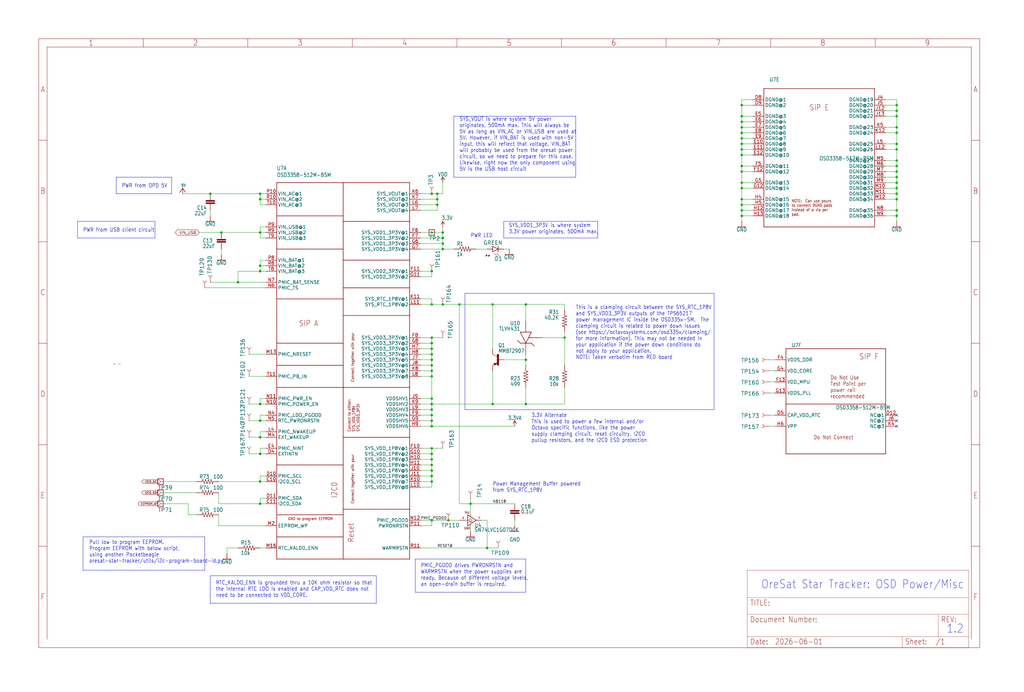
<source format=kicad_sch>
(kicad_sch (version 20250114) (generator "eeschema") (generator_version "9.0")
  (paper "User" 469.9 317.627)
  (text "Power Management Buffer powered\nfrom SYS_RTC_1P8V" (at 226.06 226.06 0) (effects (font (size 1.778 1.5113)) (justify left bottom)))
  (text "PMIC_PGOOD drives PWRONRSTN and\nWARMRSTN when the power supplies are\nready. Because of different voltage levels,\nan open-drain buffer is required." (at 193.04 269.24 0) (effects (font (size 1.778 1.5113)) (justify left bottom)))
  (text "PWR from USB client circuit" (at 38.1 106.68 0) (effects (font (size 1.778 1.5113)) (justify left bottom)))
  (text "\" \"" (at 51.816 169.164 0) (effects (font (size 1.778 1.5113)) (justify left bottom)))
  (text "RTC_KALDO_ENN is grounded thru a 10K ohm resistor so that\nthe internal RTC LDO is enabled and CAP_VDD_RTC does not\nneed to be connected to VDD_CORE." (at 99.06 274.32 0) (effects (font (size 1.778 1.5113)) (justify left bottom)))
  (text "This is a clamping circuit between the SYS_RTC_1P8V\nand SYS_VDD3_3P3V outputs of the TPS65217\npower management IC inside the OSD335x-SM.  The\nclamping circuit is related to power down issues\n(see https://octavosystems.com/osd335x/clamping/\nfor more information). This may not be needed in\nyour application if the power down conditions do\nnot apply to your application.\nNOTE: Taken verbatim from RED board" (at 264.16 165.1 0) (effects (font (size 1.778 1.5113)) (justify left bottom)))
  (text "PWR LED" (at 215.9 109.22 0) (effects (font (size 1.778 1.5113)) (justify left bottom)))
  (text "Pull low to program EEPROM.\nProgram EEPROM with below script,\nusing another Pocketbeagle\noresat-star-tracker/utils/i2c-program-board-id.py" (at 40.894 258.572 0) (effects (font (size 1.778 1.5113)) (justify left bottom)))
  (text "SYS_VDD1_3P3V is where system\n3.3V power originates, 500mA max," (at 233.426 107.442 0) (effects (font (size 1.778 1.5113)) (justify left bottom)))
  (text "1.2" (at 434.34 290.83 0) (effects (font (size 3.81 3.2385)) (justify left bottom)))
  (text "OreSat Star Tracker: OSD Power/Misc" (at 349.25 270.51 0) (effects (font (size 3.81 3.2385)) (justify left bottom)))
  (text "PWR from OPD 5V" (at 55.88 86.36 0) (effects (font (size 1.778 1.5113)) (justify left bottom)))
  (text "SYS_VOUT is where system 5V power\noriginates, 500mA max. This will always be\n5V as long as VIN_AC or VIN_USB are used at\n5V. However, if VIN_BAT is used with non-5V\ninput, this will reflect that voltage. VIN_BAT\nwill probably be used from the oresat power\ncircuit, so we need to prepare for this case.\nLikewise, right now the only component using\n5V is the USB host circuit" (at 210.82 78.74 0) (effects (font (size 1.778 1.5113)) (justify left bottom)))
  (text "3.3V Alternate\nThis is used to power a few internal and/or\nOctavo specific functions, like the power\nsupply clamping circuit, reset circuitry, I2C0\npullup resistors, and the I2C0 ESD protection" (at 243.84 203.2 0) (effects (font (size 1.778 1.5113)) (justify left bottom)))
  (junction (at 119.38 220.98))
  (junction (at 203.2 106.68))
  (junction (at 210.82 139.7))
  (junction (at 340.36 58.42))
  (junction (at 411.48 53.34))
  (junction (at 340.36 86.36))
  (junction (at 215.9 231.14))
  (junction (at 119.38 124.46))
  (junction (at 411.48 60.96))
  (junction (at 119.38 121.92))
  (junction (at 203.2 111.76))
  (junction (at 203.2 139.7))
  (junction (at 411.48 58.42))
  (junction (at 198.12 139.7))
  (junction (at 411.48 99.06))
  (junction (at 101.6 106.68))
  (junction (at 205.74 238.76))
  (junction (at 198.12 210.82))
  (junction (at 200.66 93.98))
  (junction (at 119.38 208.28))
  (junction (at 241.3 139.7))
  (junction (at 411.48 76.2))
  (junction (at 198.12 185.42))
  (junction (at 119.38 91.44))
  (junction (at 119.38 231.14))
  (junction (at 198.12 187.96))
  (junction (at 411.48 50.8))
  (junction (at 198.12 193.04))
  (junction (at 119.38 88.9))
  (junction (at 340.36 83.82))
  (junction (at 200.66 88.9))
  (junction (at 198.12 220.98))
  (junction (at 340.36 60.96))
  (junction (at 223.52 251.46))
  (junction (at 198.12 190.5))
  (junction (at 340.36 71.12))
  (junction (at 411.48 48.26))
  (junction (at 119.38 193.04))
  (junction (at 198.12 165.1))
  (junction (at 340.36 76.2))
  (junction (at 411.48 81.28))
  (junction (at 226.06 139.7))
  (junction (at 119.38 106.68))
  (junction (at 119.38 185.42))
  (junction (at 340.36 99.06))
  (junction (at 241.3 185.42))
  (junction (at 198.12 205.74))
  (junction (at 198.12 167.64))
  (junction (at 198.12 238.76))
  (junction (at 411.48 86.36))
  (junction (at 259.08 154.94))
  (junction (at 109.22 129.54))
  (junction (at 340.36 55.88))
  (junction (at 198.12 182.88))
  (junction (at 200.66 91.44))
  (junction (at 203.2 114.3))
  (junction (at 340.36 53.34))
  (junction (at 226.06 185.42))
  (junction (at 340.36 91.44))
  (junction (at 198.12 160.02))
  (junction (at 411.48 66.04))
  (junction (at 411.48 68.58))
  (junction (at 198.12 88.9))
  (junction (at 198.12 215.9))
  (junction (at 198.12 208.28))
  (junction (at 411.48 88.9))
  (junction (at 119.38 200.66))
  (junction (at 203.2 109.22))
  (junction (at 340.36 66.04))
  (junction (at 198.12 170.18))
  (junction (at 96.52 88.9))
  (junction (at 198.12 172.72))
  (junction (at 198.12 195.58))
  (junction (at 340.36 93.98))
  (junction (at 198.12 154.94))
  (junction (at 198.12 106.68))
  (junction (at 198.12 213.36))
  (junction (at 411.48 83.82))
  (junction (at 241.3 165.1))
  (junction (at 411.48 78.74))
  (junction (at 340.36 78.74))
  (junction (at 198.12 162.56))
  (junction (at 340.36 63.5))
  (junction (at 198.12 218.44))
  (junction (at 198.12 124.46))
  (junction (at 340.36 68.58))
  (junction (at 198.12 157.48))
  (junction (at 340.36 96.52))
  (junction (at 340.36 48.26))
  (junction (at 411.48 96.52))
  (junction (at 411.48 91.44))
  (junction (at 411.48 73.66))
  (no_connect (at 411.48 193.04))
  (no_connect (at 411.48 195.58))
  (no_connect (at 411.48 190.5))
  (wire (pts (xy 353.06 165.1) (xy 355.6 165.1)) (stroke (width 0.1524)))
  (wire (pts (xy 355.6 180.34) (xy 353.06 180.34)) (stroke (width 0.1524)))
  (wire (pts (xy 353.06 190.5) (xy 355.6 190.5)) (stroke (width 0.1524)))
  (wire (pts (xy 241.3 147.32) (xy 241.3 139.7)) (stroke (width 0.1524)))
  (wire (pts (xy 200.66 91.44) (xy 200.66 88.9)) (stroke (width 0.1524)))
  (wire (pts (xy 345.44 53.34) (xy 340.36 53.34)) (stroke (width 0.1524)))
  (polyline (pts (xy 231.14 109.22) (xy 231.14 101.6)) (stroke (width 0.1524) (type solid)))
  (polyline (pts (xy 264.16 81.28) (xy 264.16 53.34)) (stroke (width 0.1524) (type solid)))
  (wire (pts (xy 340.36 96.52) (xy 340.36 93.98)) (stroke (width 0.1524)))
  (wire (pts (xy 193.04 205.74) (xy 198.12 205.74)) (stroke (width 0.1524)))
  (wire (pts (xy 198.12 88.9) (xy 200.66 88.9)) (stroke (width 0.1524)))
  (wire (pts (xy 198.12 139.7) (xy 203.2 139.7)) (stroke (width 0.1524)))
  (wire (pts (xy 345.44 93.98) (xy 340.36 93.98)) (stroke (width 0.1524)))
  (wire (pts (xy 198.12 127) (xy 198.12 124.46)) (stroke (width 0.1524)))
  (wire (pts (xy 340.36 71.12) (xy 340.36 76.2)) (stroke (width 0.1524)))
  (wire (pts (xy 345.44 48.26) (xy 340.36 48.26)) (stroke (width 0.1524)))
  (polyline (pts (xy 35.56 101.6) (xy 35.56 109.22)) (stroke (width 0.1524) (type solid)))
  (wire (pts (xy 119.38 124.46) (xy 109.22 124.46)) (stroke (width 0.1524)))
  (wire (pts (xy 345.44 58.42) (xy 340.36 58.42)) (stroke (width 0.1524)))
  (wire (pts (xy 90.17 226.06) (xy 73.66 226.06)) (stroke (width 0.1524)))
  (wire (pts (xy 119.38 109.22) (xy 119.38 106.68)) (stroke (width 0.1524)))
  (wire (pts (xy 198.12 162.56) (xy 198.12 160.02)) (stroke (width 0.1524)))
  (polyline (pts (xy 213.36 187.96) (xy 213.36 134.62)) (stroke (width 0.1524) (type solid)))
  (wire (pts (xy 200.66 96.52) (xy 200.66 93.98)) (stroke (width 0.1524)))
  (wire (pts (xy 198.12 137.16) (xy 193.04 137.16)) (stroke (width 0.1524)))
  (wire (pts (xy 210.82 231.14) (xy 215.9 231.14)) (stroke (width 0.1524)))
  (wire (pts (xy 100.33 231.14) (xy 119.38 231.14)) (stroke (width 0.1524)))
  (wire (pts (xy 218.44 114.3) (xy 223.52 114.3)) (stroke (width 0.1524)))
  (polyline (pts (xy 71.12 109.22) (xy 71.12 101.6)) (stroke (width 0.1524) (type solid)))
  (wire (pts (xy 203.2 88.9) (xy 203.2 83.82)) (stroke (width 0.1524)))
  (wire (pts (xy 193.04 223.52) (xy 198.12 223.52)) (stroke (width 0.1524)))
  (wire (pts (xy 340.36 101.6) (xy 340.36 99.06)) (stroke (width 0.1524)))
  (wire (pts (xy 223.52 251.46) (xy 228.6 251.46)) (stroke (width 0.1524)))
  (wire (pts (xy 193.04 154.94) (xy 198.12 154.94)) (stroke (width 0.1524)))
  (wire (pts (xy 345.44 60.96) (xy 340.36 60.96)) (stroke (width 0.1524)))
  (wire (pts (xy 90.17 220.98) (xy 73.66 220.98)) (stroke (width 0.1524)))
  (wire (pts (xy 198.12 223.52) (xy 198.12 220.98)) (stroke (width 0.1524)))
  (wire (pts (xy 198.12 210.82) (xy 198.12 208.28)) (stroke (width 0.1524)))
  (polyline (pts (xy 274.32 101.6) (xy 274.32 109.22)) (stroke (width 0.1524) (type solid)))
  (polyline (pts (xy 38.1 246.38) (xy 38.1 261.62)) (stroke (width 0.1524) (type solid)))
  (wire (pts (xy 215.9 231.14) (xy 215.9 236.22)) (stroke (width 0.1524)))
  (wire (pts (xy 119.38 106.68) (xy 119.38 104.14)) (stroke (width 0.1524)))
  (wire (pts (xy 345.44 71.12) (xy 340.36 71.12)) (stroke (width 0.1524)))
  (wire (pts (xy 411.48 45.72) (xy 406.4 45.72)) (stroke (width 0.1524)))
  (wire (pts (xy 411.48 48.26) (xy 406.4 48.26)) (stroke (width 0.1524)))
  (wire (pts (xy 340.36 78.74) (xy 340.36 83.82)) (stroke (width 0.1524)))
  (wire (pts (xy 119.38 88.9) (xy 96.52 88.9)) (stroke (width 0.1524)))
  (wire (pts (xy 411.48 50.8) (xy 406.4 50.8)) (stroke (width 0.1524)))
  (polyline (pts (xy 93.98 261.62) (xy 93.98 246.38)) (stroke (width 0.1524) (type solid)))
  (wire (pts (xy 411.48 99.06) (xy 406.4 99.06)) (stroke (width 0.1524)))
  (wire (pts (xy 345.44 55.88) (xy 340.36 55.88)) (stroke (width 0.1524)))
  (polyline (pts (xy 190.5 271.78) (xy 241.3 271.78)) (stroke (width 0.1524) (type solid)))
  (wire (pts (xy 203.2 111.76) (xy 203.2 114.3)) (stroke (width 0.1524)))
  (wire (pts (xy 241.3 162.56) (xy 241.3 165.1)) (stroke (width 0.1524)))
  (wire (pts (xy 411.48 78.74) (xy 411.48 76.2)) (stroke (width 0.1524)))
  (wire (pts (xy 259.08 185.42) (xy 259.08 177.8)) (stroke (width 0.1524)))
  (wire (pts (xy 259.08 154.94) (xy 259.08 152.4)) (stroke (width 0.1524)))
  (wire (pts (xy 198.12 218.44) (xy 198.12 215.9)) (stroke (width 0.1524)))
  (wire (pts (xy 121.92 200.66) (xy 119.38 200.66)) (stroke (width 0.1524)))
  (wire (pts (xy 193.04 157.48) (xy 198.12 157.48)) (stroke (width 0.1524)))
  (wire (pts (xy 210.82 139.7) (xy 226.06 139.7)) (stroke (width 0.1524)))
  (wire (pts (xy 121.92 91.44) (xy 119.38 91.44)) (stroke (width 0.1524)))
  (wire (pts (xy 119.38 124.46) (xy 119.38 121.92)) (stroke (width 0.1524)))
  (polyline (pts (xy 327.66 187.96) (xy 213.36 187.96)) (stroke (width 0.1524) (type solid)))
  (wire (pts (xy 121.92 182.88) (xy 119.38 182.88)) (stroke (width 0.1524)))
  (wire (pts (xy 259.08 139.7) (xy 259.08 142.24)) (stroke (width 0.1524)))
  (wire (pts (xy 121.92 124.46) (xy 119.38 124.46)) (stroke (width 0.1524)))
  (wire (pts (xy 121.92 121.92) (xy 119.38 121.92)) (stroke (width 0.1524)))
  (wire (pts (xy 203.2 109.22) (xy 203.2 111.76)) (stroke (width 0.1524)))
  (wire (pts (xy 198.12 205.74) (xy 203.2 205.74)) (stroke (width 0.1524)))
  (wire (pts (xy 340.36 58.42) (xy 340.36 60.96)) (stroke (width 0.1524)))
  (wire (pts (xy 86.36 231.14) (xy 86.36 236.22)) (stroke (width 0.1524)))
  (wire (pts (xy 411.48 99.06) (xy 411.48 96.52)) (stroke (width 0.1524)))
  (wire (pts (xy 119.38 91.44) (xy 119.38 88.9)) (stroke (width 0.1524)))
  (wire (pts (xy 119.38 88.9) (xy 121.92 88.9)) (stroke (width 0.1524)))
  (wire (pts (xy 340.36 91.44) (xy 340.36 86.36)) (stroke (width 0.1524)))
  (wire (pts (xy 121.92 185.42) (xy 119.38 185.42)) (stroke (width 0.1524)))
  (wire (pts (xy 241.3 177.8) (xy 241.3 185.42)) (stroke (width 0.1524)))
  (wire (pts (xy 198.12 208.28) (xy 198.12 205.74)) (stroke (width 0.1524)))
  (wire (pts (xy 198.12 172.72) (xy 198.12 170.18)) (stroke (width 0.1524)))
  (wire (pts (xy 193.04 162.56) (xy 198.12 162.56)) (stroke (width 0.1524)))
  (wire (pts (xy 259.08 167.64) (xy 259.08 154.94)) (stroke (width 0.1524)))
  (wire (pts (xy 104.14 251.46) (xy 104.14 254)) (stroke (width 0.1524)))
  (wire (pts (xy 411.48 58.42) (xy 411.48 60.96)) (stroke (width 0.1524)))
  (wire (pts (xy 345.44 86.36) (xy 340.36 86.36)) (stroke (width 0.1524)))
  (wire (pts (xy 345.44 78.74) (xy 340.36 78.74)) (stroke (width 0.1524)))
  (wire (pts (xy 210.82 139.7) (xy 210.82 231.14)) (stroke (width 0.1524)))
  (wire (pts (xy 121.92 251.46) (xy 119.38 251.46)) (stroke (width 0.1524)))
  (wire (pts (xy 411.48 73.66) (xy 411.48 76.2)) (stroke (width 0.1524)))
  (wire (pts (xy 241.3 165.1) (xy 241.3 167.64)) (stroke (width 0.1524)))
  (wire (pts (xy 411.48 50.8) (xy 411.48 53.34)) (stroke (width 0.1524)))
  (wire (pts (xy 119.38 121.92) (xy 119.38 119.38)) (stroke (width 0.1524)))
  (wire (pts (xy 193.04 109.22) (xy 203.2 109.22)) (stroke (width 0.1524)))
  (wire (pts (xy 205.74 238.76) (xy 198.12 238.76)) (stroke (width 0.1524)))
  (wire (pts (xy 223.52 251.46) (xy 223.52 238.76)) (stroke (width 0.1524)))
  (wire (pts (xy 119.38 119.38) (xy 121.92 119.38)) (stroke (width 0.1524)))
  (wire (pts (xy 345.44 63.5) (xy 340.36 63.5)) (stroke (width 0.1524)))
  (polyline (pts (xy 241.3 256.54) (xy 190.5 256.54)) (stroke (width 0.1524) (type solid)))
  (polyline (pts (xy 71.12 101.6) (xy 35.56 101.6)) (stroke (width 0.1524) (type solid)))
  (wire (pts (xy 236.22 238.76) (xy 236.22 241.3)) (stroke (width 0.1524)))
  (wire (pts (xy 215.9 243.84) (xy 215.9 241.3)) (stroke (width 0.1524)))
  (wire (pts (xy 340.36 86.36) (xy 340.36 83.82)) (stroke (width 0.1524)))
  (wire (pts (xy 198.12 154.94) (xy 203.2 154.94)) (stroke (width 0.1524)))
  (wire (pts (xy 411.48 101.6) (xy 411.48 99.06)) (stroke (width 0.1524)))
  (wire (pts (xy 121.92 231.14) (xy 119.38 231.14)) (stroke (width 0.1524)))
  (wire (pts (xy 345.44 96.52) (xy 340.36 96.52)) (stroke (width 0.1524)))
  (wire (pts (xy 411.48 91.44) (xy 411.48 88.9)) (stroke (width 0.1524)))
  (wire (pts (xy 121.92 109.22) (xy 119.38 109.22)) (stroke (width 0.1524)))
  (polyline (pts (xy 93.98 246.38) (xy 38.1 246.38)) (stroke (width 0.1524) (type solid)))
  (wire (pts (xy 198.12 238.76) (xy 193.04 238.76)) (stroke (width 0.1524)))
  (wire (pts (xy 198.12 195.58) (xy 198.12 193.04)) (stroke (width 0.1524)))
  (wire (pts (xy 198.12 185.42) (xy 226.06 185.42)) (stroke (width 0.1524)))
  (polyline (pts (xy 172.72 264.16) (xy 96.52 264.16)) (stroke (width 0.1524) (type solid)))
  (polyline (pts (xy 208.28 53.34) (xy 208.28 81.28)) (stroke (width 0.1524) (type solid)))
  (wire (pts (xy 411.48 78.74) (xy 406.4 78.74)) (stroke (width 0.1524)))
  (wire (pts (xy 353.06 175.26) (xy 355.6 175.26)) (stroke (width 0.1524)))
  (wire (pts (xy 340.36 66.04) (xy 340.36 68.58)) (stroke (width 0.1524)))
  (wire (pts (xy 100.33 226.06) (xy 100.33 231.14)) (stroke (width 0.1524)))
  (wire (pts (xy 340.36 53.34) (xy 340.36 55.88)) (stroke (width 0.1524)))
  (wire (pts (xy 231.14 114.3) (xy 233.68 114.3)) (stroke (width 0.1524)))
  (wire (pts (xy 226.06 139.7) (xy 241.3 139.7)) (stroke (width 0.1524)))
  (wire (pts (xy 121.92 208.28) (xy 119.38 208.28)) (stroke (width 0.1524)))
  (wire (pts (xy 193.04 88.9) (xy 198.12 88.9)) (stroke (width 0.1524)))
  (wire (pts (xy 198.12 182.88) (xy 198.12 172.72)) (stroke (width 0.1524)))
  (polyline (pts (xy 35.56 109.22) (xy 71.12 109.22)) (stroke (width 0.1524) (type solid)))
  (wire (pts (xy 101.6 116.84) (xy 101.6 114.3)) (stroke (width 0.1524)))
  (polyline (pts (xy 264.16 53.34) (xy 208.28 53.34)) (stroke (width 0.1524) (type solid)))
  (wire (pts (xy 109.22 124.46) (xy 109.22 129.54)) (stroke (width 0.1524)))
  (wire (pts (xy 100.33 220.98) (xy 119.38 220.98)) (stroke (width 0.1524)))
  (wire (pts (xy 100.33 236.22) (xy 100.33 241.3)) (stroke (width 0.1524)))
  (wire (pts (xy 119.38 190.5) (xy 119.38 193.04)) (stroke (width 0.1524)))
  (wire (pts (xy 198.12 220.98) (xy 198.12 218.44)) (stroke (width 0.1524)))
  (wire (pts (xy 119.38 200.66) (xy 114.3 200.66)) (stroke (width 0.1524)))
  (wire (pts (xy 193.04 182.88) (xy 198.12 182.88)) (stroke (width 0.1524)))
  (wire (pts (xy 203.2 109.22) (xy 203.2 106.68)) (stroke (width 0.1524)))
  (wire (pts (xy 210.82 238.76) (xy 205.74 238.76)) (stroke (width 0.1524)))
  (wire (pts (xy 193.04 193.04) (xy 198.12 193.04)) (stroke (width 0.1524)))
  (polyline (pts (xy 172.72 276.86) (xy 172.72 264.16)) (stroke (width 0.1524) (type solid)))
  (wire (pts (xy 411.48 96.52) (xy 411.48 91.44)) (stroke (width 0.1524)))
  (wire (pts (xy 119.38 93.98) (xy 119.38 91.44)) (stroke (width 0.1524)))
  (wire (pts (xy 193.04 165.1) (xy 198.12 165.1)) (stroke (width 0.1524)))
  (wire (pts (xy 226.06 160.02) (xy 226.06 139.7)) (stroke (width 0.1524)))
  (wire (pts (xy 83.82 88.9) (xy 96.52 88.9)) (stroke (width 0.1524)))
  (wire (pts (xy 411.48 53.34) (xy 411.48 58.42)) (stroke (width 0.1524)))
  (wire (pts (xy 198.12 167.64) (xy 198.12 165.1)) (stroke (width 0.1524)))
  (wire (pts (xy 193.04 190.5) (xy 198.12 190.5)) (stroke (width 0.1524)))
  (wire (pts (xy 121.92 218.44) (xy 119.38 218.44)) (stroke (width 0.1524)))
  (wire (pts (xy 340.36 93.98) (xy 340.36 91.44)) (stroke (width 0.1524)))
  (wire (pts (xy 121.92 106.68) (xy 119.38 106.68)) (stroke (width 0.1524)))
  (wire (pts (xy 223.52 251.46) (xy 193.04 251.46)) (stroke (width 0.1524)))
  (wire (pts (xy 121.92 93.98) (xy 119.38 93.98)) (stroke (width 0.1524)))
  (polyline (pts (xy 78.74 81.28) (xy 53.34 81.28)) (stroke (width 0.1524) (type solid)))
  (wire (pts (xy 411.48 68.58) (xy 406.4 68.58)) (stroke (width 0.1524)))
  (wire (pts (xy 100.33 241.3) (xy 121.92 241.3)) (stroke (width 0.1524)))
  (wire (pts (xy 193.04 213.36) (xy 198.12 213.36)) (stroke (width 0.1524)))
  (wire (pts (xy 411.48 48.26) (xy 411.48 50.8)) (stroke (width 0.1524)))
  (wire (pts (xy 193.04 185.42) (xy 198.12 185.42)) (stroke (width 0.1524)))
  (wire (pts (xy 198.12 213.36) (xy 198.12 210.82)) (stroke (width 0.1524)))
  (wire (pts (xy 203.2 114.3) (xy 208.28 114.3)) (stroke (width 0.1524)))
  (wire (pts (xy 355.6 195.58) (xy 353.06 195.58)) (stroke (width 0.1524)))
  (wire (pts (xy 241.3 185.42) (xy 226.06 185.42)) (stroke (width 0.1524)))
  (wire (pts (xy 198.12 165.1) (xy 198.12 162.56)) (stroke (width 0.1524)))
  (polyline (pts (xy 208.28 81.28) (xy 264.16 81.28)) (stroke (width 0.1524) (type solid)))
  (wire (pts (xy 119.38 185.42) (xy 114.3 185.42)) (stroke (width 0.1524)))
  (wire (pts (xy 241.3 165.1) (xy 231.14 165.1)) (stroke (width 0.1524)))
  (wire (pts (xy 340.36 48.26) (xy 340.36 53.34)) (stroke (width 0.1524)))
  (wire (pts (xy 340.36 78.74) (xy 340.36 76.2)) (stroke (width 0.1524)))
  (wire (pts (xy 198.12 187.96) (xy 198.12 185.42)) (stroke (width 0.1524)))
  (wire (pts (xy 411.48 60.96) (xy 406.4 60.96)) (stroke (width 0.1524)))
  (wire (pts (xy 345.44 99.06) (xy 340.36 99.06)) (stroke (width 0.1524)))
  (wire (pts (xy 198.12 157.48) (xy 198.12 154.94)) (stroke (width 0.1524)))
  (wire (pts (xy 411.48 83.82) (xy 411.48 81.28)) (stroke (width 0.1524)))
  (wire (pts (xy 193.04 160.02) (xy 198.12 160.02)) (stroke (width 0.1524)))
  (polyline (pts (xy 53.34 88.9) (xy 78.74 88.9)) (stroke (width 0.1524) (type solid)))
  (wire (pts (xy 193.04 96.52) (xy 200.66 96.52)) (stroke (width 0.1524)))
  (wire (pts (xy 198.12 195.58) (xy 236.22 195.58)) (stroke (width 0.1524)))
  (wire (pts (xy 96.52 99.06) (xy 96.52 96.52)) (stroke (width 0.1524)))
  (wire (pts (xy 411.48 73.66) (xy 406.4 73.66)) (stroke (width 0.1524)))
  (wire (pts (xy 411.48 96.52) (xy 406.4 96.52)) (stroke (width 0.1524)))
  (wire (pts (xy 121.92 205.74) (xy 119.38 205.74)) (stroke (width 0.1524)))
  (wire (pts (xy 259.08 154.94) (xy 248.92 154.94)) (stroke (width 0.1524)))
  (wire (pts (xy 198.12 106.68) (xy 203.2 106.68)) (stroke (width 0.1524)))
  (wire (pts (xy 119.38 218.44) (xy 119.38 220.98)) (stroke (width 0.1524)))
  (wire (pts (xy 340.36 55.88) (xy 340.36 58.42)) (stroke (width 0.1524)))
  (wire (pts (xy 203.2 114.3) (xy 193.04 114.3)) (stroke (width 0.1524)))
  (wire (pts (xy 340.36 60.96) (xy 340.36 63.5)) (stroke (width 0.1524)))
  (wire (pts (xy 114.3 162.56) (xy 121.92 162.56)) (stroke (width 0.1524)))
  (polyline (pts (xy 274.32 109.22) (xy 231.14 109.22)) (stroke (width 0.1524) (type solid)))
  (wire (pts (xy 411.48 81.28) (xy 411.48 78.74)) (stroke (width 0.1524)))
  (wire (pts (xy 340.36 63.5) (xy 340.36 66.04)) (stroke (width 0.1524)))
  (wire (pts (xy 198.12 185.42) (xy 198.12 182.88)) (stroke (width 0.1524)))
  (wire (pts (xy 119.38 182.88) (xy 119.38 185.42)) (stroke (width 0.1524)))
  (polyline (pts (xy 190.5 256.54) (xy 190.5 271.78)) (stroke (width 0.1524) (type solid)))
  (wire (pts (xy 119.38 104.14) (xy 121.92 104.14)) (stroke (width 0.1524)))
  (wire (pts (xy 411.48 88.9) (xy 406.4 88.9)) (stroke (width 0.1524)))
  (wire (pts (xy 355.6 170.18) (xy 353.06 170.18)) (stroke (width 0.1524)))
  (wire (pts (xy 198.12 215.9) (xy 198.12 213.36)) (stroke (width 0.1524)))
  (wire (pts (xy 119.38 208.28) (xy 114.3 208.28)) (stroke (width 0.1524)))
  (wire (pts (xy 193.04 139.7) (xy 198.12 139.7)) (stroke (width 0.1524)))
  (wire (pts (xy 200.66 88.9) (xy 203.2 88.9)) (stroke (width 0.1524)))
  (polyline (pts (xy 231.14 101.6) (xy 274.32 101.6)) (stroke (width 0.1524) (type solid)))
  (wire (pts (xy 345.44 68.58) (xy 340.36 68.58)) (stroke (width 0.1524)))
  (wire (pts (xy 193.04 208.28) (xy 198.12 208.28)) (stroke (width 0.1524)))
  (wire (pts (xy 411.48 83.82) (xy 406.4 83.82)) (stroke (width 0.1524)))
  (wire (pts (xy 121.92 198.12) (xy 119.38 198.12)) (stroke (width 0.1524)))
  (wire (pts (xy 193.04 187.96) (xy 198.12 187.96)) (stroke (width 0.1524)))
  (wire (pts (xy 241.3 185.42) (xy 259.08 185.42)) (stroke (width 0.1524)))
  (wire (pts (xy 121.92 228.6) (xy 119.38 228.6)) (stroke (width 0.1524)))
  (wire (pts (xy 411.48 88.9) (xy 411.48 86.36)) (stroke (width 0.1524)))
  (wire (pts (xy 241.3 139.7) (xy 259.08 139.7)) (stroke (width 0.1524)))
  (polyline (pts (xy 241.3 271.78) (xy 241.3 256.54)) (stroke (width 0.1524) (type solid)))
  (wire (pts (xy 193.04 215.9) (xy 198.12 215.9)) (stroke (width 0.1524)))
  (wire (pts (xy 193.04 167.64) (xy 198.12 167.64)) (stroke (width 0.1524)))
  (wire (pts (xy 109.22 129.54) (xy 121.92 129.54)) (stroke (width 0.1524)))
  (wire (pts (xy 411.48 68.58) (xy 411.48 73.66)) (stroke (width 0.1524)))
  (wire (pts (xy 119.38 198.12) (xy 119.38 200.66)) (stroke (width 0.1524)))
  (wire (pts (xy 193.04 210.82) (xy 198.12 210.82)) (stroke (width 0.1524)))
  (wire (pts (xy 198.12 193.04) (xy 198.12 190.5)) (stroke (width 0.1524)))
  (polyline (pts (xy 213.36 134.62) (xy 327.66 134.62)) (stroke (width 0.1524) (type solid)))
  (wire (pts (xy 226.06 185.42) (xy 226.06 170.18)) (stroke (width 0.1524)))
  (wire (pts (xy 340.36 45.72) (xy 340.36 48.26)) (stroke (width 0.1524)))
  (wire (pts (xy 411.48 86.36) (xy 406.4 86.36)) (stroke (width 0.1524)))
  (wire (pts (xy 193.04 170.18) (xy 198.12 170.18)) (stroke (width 0.1524)))
  (wire (pts (xy 86.36 236.22) (xy 90.17 236.22)) (stroke (width 0.1524)))
  (wire (pts (xy 411.48 58.42) (xy 406.4 58.42)) (stroke (width 0.1524)))
  (wire (pts (xy 345.44 76.2) (xy 340.36 76.2)) (stroke (width 0.1524)))
  (polyline (pts (xy 38.1 261.62) (xy 93.98 261.62)) (stroke (width 0.1524) (type solid)))
  (wire (pts (xy 119.38 205.74) (xy 119.38 208.28)) (stroke (width 0.1524)))
  (wire (pts (xy 193.04 195.58) (xy 198.12 195.58)) (stroke (width 0.1524)))
  (wire (pts (xy 96.52 129.54) (xy 109.22 129.54)) (stroke (width 0.1524)))
  (wire (pts (xy 411.48 45.72) (xy 411.48 48.26)) (stroke (width 0.1524)))
  (wire (pts (xy 93.98 132.08) (xy 121.92 132.08)) (stroke (width 0.1524)))
  (wire (pts (xy 193.04 91.44) (xy 200.66 91.44)) (stroke (width 0.1524)))
  (wire (pts (xy 119.38 106.68) (xy 101.6 106.68)) (stroke (width 0.1524)))
  (wire (pts (xy 345.44 45.72) (xy 340.36 45.72)) (stroke (width 0.1524)))
  (wire (pts (xy 193.04 172.72) (xy 198.12 172.72)) (stroke (width 0.1524)))
  (wire (pts (xy 411.48 66.04) (xy 406.4 66.04)) (stroke (width 0.1524)))
  (wire (pts (xy 223.52 238.76) (xy 220.98 238.76)) (stroke (width 0.1524)))
  (wire (pts (xy 198.12 170.18) (xy 198.12 167.64)) (stroke (width 0.1524)))
  (wire (pts (xy 411.48 60.96) (xy 411.48 66.04)) (stroke (width 0.1524)))
  (wire (pts (xy 121.92 193.04) (xy 119.38 193.04)) (stroke (width 0.1524)))
  (wire (pts (xy 193.04 241.3) (xy 198.12 241.3)) (stroke (width 0.1524)))
  (wire (pts (xy 101.6 106.68) (xy 91.44 106.68)) (stroke (width 0.1524)))
  (wire (pts (xy 215.9 228.6) (xy 215.9 231.14)) (stroke (width 0.1524)))
  (wire (pts (xy 198.12 139.7) (xy 198.12 137.16)) (stroke (width 0.1524)))
  (wire (pts (xy 193.04 220.98) (xy 198.12 220.98)) (stroke (width 0.1524)))
  (wire (pts (xy 200.66 93.98) (xy 200.66 91.44)) (stroke (width 0.1524)))
  (wire (pts (xy 411.48 91.44) (xy 406.4 91.44)) (stroke (width 0.1524)))
  (polyline (pts (xy 96.52 276.86) (xy 172.72 276.86)) (stroke (width 0.1524) (type solid)))
  (polyline (pts (xy 327.66 134.62) (xy 327.66 187.96)) (stroke (width 0.1524) (type solid)))
  (wire (pts (xy 198.12 190.5) (xy 198.12 187.96)) (stroke (width 0.1524)))
  (wire (pts (xy 121.92 190.5) (xy 119.38 190.5)) (stroke (width 0.1524)))
  (wire (pts (xy 345.44 83.82) (xy 340.36 83.82)) (stroke (width 0.1524)))
  (wire (pts (xy 411.48 53.34) (xy 406.4 53.34)) (stroke (width 0.1524)))
  (wire (pts (xy 198.12 160.02) (xy 198.12 157.48)) (stroke (width 0.1524)))
  (wire (pts (xy 340.36 99.06) (xy 340.36 96.52)) (stroke (width 0.1524)))
  (wire (pts (xy 411.48 76.2) (xy 406.4 76.2)) (stroke (width 0.1524)))
  (wire (pts (xy 198.12 241.3) (xy 198.12 238.76)) (stroke (width 0.1524)))
  (wire (pts (xy 203.2 106.68) (xy 203.2 104.14)) (stroke (width 0.1524)))
  (wire (pts (xy 345.44 66.04) (xy 340.36 66.04)) (stroke (width 0.1524)))
  (wire (pts (xy 193.04 93.98) (xy 200.66 93.98)) (stroke (width 0.1524)))
  (wire (pts (xy 236.22 231.14) (xy 215.9 231.14)) (stroke (width 0.1524)))
  (wire (pts (xy 109.22 251.46) (xy 104.14 251.46)) (stroke (width 0.1524)))
  (wire (pts (xy 193.04 127) (xy 198.12 127)) (stroke (width 0.1524)))
  (wire (pts (xy 119.38 193.04) (xy 114.3 193.04)) (stroke (width 0.1524)))
  (wire (pts (xy 340.36 68.58) (xy 340.36 71.12)) (stroke (width 0.1524)))
  (wire (pts (xy 119.38 228.6) (xy 119.38 231.14)) (stroke (width 0.1524)))
  (wire (pts (xy 411.48 81.28) (xy 406.4 81.28)) (stroke (width 0.1524)))
  (wire (pts (xy 193.04 111.76) (xy 203.2 111.76)) (stroke (width 0.1524)))
  (polyline (pts (xy 78.74 88.9) (xy 78.74 81.28)) (stroke (width 0.1524) (type solid)))
  (wire (pts (xy 411.48 66.04) (xy 411.48 68.58)) (stroke (width 0.1524)))
  (wire (pts (xy 345.44 91.44) (xy 340.36 91.44)) (stroke (width 0.1524)))
  (wire (pts (xy 193.04 106.68) (xy 198.12 106.68)) (stroke (width 0.1524)))
  (polyline (pts (xy 53.34 81.28) (xy 53.34 88.9)) (stroke (width 0.1524) (type solid)))
  (wire (pts (xy 73.66 231.14) (xy 86.36 231.14)) (stroke (width 0.1524)))
  (wire (pts (xy 114.3 172.72) (xy 121.92 172.72)) (stroke (width 0.1524)))
  (wire (pts (xy 198.12 124.46) (xy 193.04 124.46)) (stroke (width 0.1524)))
  (wire (pts (xy 411.48 86.36) (xy 411.48 83.82)) (stroke (width 0.1524)))
  (wire (pts (xy 121.92 220.98) (xy 119.38 220.98)) (stroke (width 0.1524)))
  (wire (pts (xy 210.82 139.7) (xy 203.2 139.7)) (stroke (width 0.1524)))
  (polyline (pts (xy 96.52 264.16) (xy 96.52 276.86)) (stroke (width 0.1524) (type solid)))
  (wire (pts (xy 193.04 218.44) (xy 198.12 218.44)) (stroke (width 0.1524)))
  (label "PMIC_PGOOD" (at 193.04 238.76 0) (effects (font (size 1.2446 1.2446))))
  (label "N$118" (at 226.06 231.14 0) (effects (font (size 1.2446 1.2446))))
  (label "RESET#" (at 200.66 251.46 0) (effects (font (size 1.2446 1.2446))))
  (global_label "EEPROM_WP" (shape bidirectional) (at 73.66 231.14 180) (effects (font (size 0.889 0.889))) (property "Intersheetrefs" "${INTERSHEET_REFS}" (effects (hide yes))))
  (global_label "I2C0_SDA" (shape bidirectional) (at 73.66 226.06 180) (effects (font (size 0.889 0.889))) (property "Intersheetrefs" "${INTERSHEET_REFS}" (effects (hide yes))))
  (global_label "I2C0_SCL" (shape bidirectional) (at 73.66 220.98 180) (effects (font (size 0.889 0.889))) (property "Intersheetrefs" "${INTERSHEET_REFS}" (effects (hide yes))))
  (global_label "VIN_USB" (shape bidirectional) (at 91.44 106.68 180) (effects (font (size 1.2446 1.2446))) (property "Intersheetrefs" "${INTERSHEET_REFS}" (effects (hide yes))))
  (symbol (lib_id "cfc-card-eagle-import:TEST-POINT3X4") (at 215.9 228.6 90) (unit 1)
    (property "Reference" "TP14" (at 220.98 228.6 0) (effects (font (size 1.778 1.778)) (justify left bottom)))
    (property "Value" "TEST-POINT3X4" (effects (hide yes)))
    (property "Footprint" "cfc-card:PAD.03X.04" (effects (hide yes)))
  )
  (symbol (lib_id "cfc-card-eagle-import:TEST-POINT3X4") (at 198.12 88.9 90) (unit 1)
    (property "Reference" "TP3" (at 198.755 85.09 0) (effects (font (size 1.778 1.778)) (justify left bottom)))
    (property "Value" "TEST-POINT3X4" (effects (hide yes)))
    (property "Footprint" "cfc-card:PAD.03X.04" (effects (hide yes)))
  )
  (symbol (lib_id "cfc-card-eagle-import:R-US_0603-A") (at 114.3 251.46 0) (unit 1)
    (property "Reference" "R15" (at 110.49 249.9614 0) (effects (font (size 1.778 1.5113)) (justify left bottom)))
    (property "Value" "10k" (at 110.49 254.762 0) (effects (font (size 1.778 1.5113)) (justify left bottom)))
    (property "Footprint" "cfc-card:.0603-A" (effects (hide yes)))
  )
  (symbol (lib_id "cfc-card-eagle-import:OSD3358-512M-BSM") (at 157.48 167.64 0) (unit 1)
    (property "Reference" "U7" (at 127 76.2 0) (effects (font (size 1.778 1.5113)) (justify left top)))
    (property "Value" "OSD3358-512M-BSM" (at 127 81.28 0) (effects (font (size 1.778 1.5113)) (justify left bottom)))
    (property "Footprint" "cfc-card:OSD335X-BGA-256" (effects (hide yes)))
  )
  (symbol (lib_id "cfc-card-eagle-import:TEST-POINT3X4") (at 114.3 162.56 90) (unit 1)
    (property "Reference" "TP136" (at 112.395 163.83 0) (effects (font (size 1.778 1.778)) (justify left bottom)))
    (property "Value" "TEST-POINT3X4" (effects (hide yes)))
    (property "Footprint" "cfc-card:PAD.03X.04" (effects (hide yes)))
  )
  (symbol (lib_id "cfc-card-eagle-import:TEST-POINT3X4") (at 114.3 185.42 90) (unit 1)
    (property "Reference" "TP121" (at 112.395 186.69 0) (effects (font (size 1.778 1.778)) (justify left bottom)))
    (property "Value" "TEST-POINT3X4" (effects (hide yes)))
    (property "Footprint" "cfc-card:PAD.03X.04" (effects (hide yes)))
  )
  (symbol (lib_id "cfc-card-eagle-import:TEST-POINT3X4") (at 353.06 170.18 180) (unit 1)
    (property "Reference" "TP154" (at 348.488 169.418 0) (effects (font (size 1.778 1.778)) (justify left bottom)))
    (property "Value" "TEST-POINT3X4" (effects (hide yes)))
    (property "Footprint" "cfc-card:PAD.03X.04" (effects (hide yes)))
  )
  (symbol (lib_id "cfc-card-eagle-import:GND") (at 411.48 104.14 0) (unit 1)
    (property "Reference" "#GND74" (effects (hide yes)))
    (property "Value" "GND" (at 411.48 104.394 0) (effects (font (size 1.778 1.5113)) (justify top)))
  )
  (symbol (lib_id "cfc-card-eagle-import:3.3V") (at 203.2 101.6 0) (unit 1)
    (property "Reference" "#3V-28" (effects (hide yes)))
    (property "Value" "3.3V" (at 202.565 100.965 0) (effects (font (size 1.778 1.5113)) (justify left bottom)))
  )
  (symbol (lib_id "cfc-card-eagle-import:R-US_0603-A") (at 95.25 220.98 0) (unit 1)
    (property "Reference" "R73" (at 91.44 219.71 0) (effects (font (size 1.778 1.5113)) (justify left bottom)))
    (property "Value" "100" (at 97.79 219.71 0) (effects (font (size 1.778 1.5113)) (justify left bottom)))
    (property "Footprint" "cfc-card:.0603-A" (effects (hide yes)))
  )
  (symbol (lib_id "cfc-card-eagle-import:OSD3358-512M-BSM") (at 375.92 71.12 0) (unit 5)
    (property "Reference" "U7" (at 353.06 35.56 0) (effects (font (size 1.778 1.5113)) (justify left top)))
    (property "Value" "OSD3358-512M-BSM" (at 375.92 73.66 0) (effects (font (size 1.778 1.5113)) (justify left bottom)))
    (property "Footprint" "cfc-card:OSD335X-BGA-256" (effects (hide yes)))
  )
  (symbol (lib_id "cfc-card-eagle-import:LED-GREEN0603") (at 226.06 114.3 90) (unit 1)
    (property "Reference" "D1" (at 230.632 117.729 90) (effects (font (size 1.778 1.778)) (justify left bottom)))
    (property "Value" "GREEN" (at 230.632 112.395 90) (effects (font (size 1.778 1.778)) (justify left top)))
    (property "Footprint" "cfc-card:LED-0603" (effects (hide yes)))
  )
  (symbol (lib_id "cfc-card-eagle-import:C-EU0603-A") (at 236.22 233.68 0) (unit 1)
    (property "Reference" "C18" (at 239.014 233.426 0) (effects (font (size 1.778 1.5113)) (justify left bottom)))
    (property "Value" "0.1uF" (at 239.014 235.712 0) (effects (font (size 1.778 1.5113)) (justify left bottom)))
    (property "Footprint" "cfc-card:.0603-A" (effects (hide yes)))
  )
  (symbol (lib_id "cfc-card-eagle-import:R-US_0603-A") (at 213.36 114.3 0) (unit 1)
    (property "Reference" "R1" (at 209.55 112.8014 0) (effects (font (size 1.778 1.5113)) (justify left bottom)))
    (property "Value" "1k" (at 209.55 117.602 0) (effects (font (size 1.778 1.5113)) (justify left bottom)))
    (property "Footprint" "cfc-card:.0603-A" (effects (hide yes)))
  )
  (symbol (lib_id "cfc-card-eagle-import:R-US_0603-A") (at 95.25 236.22 0) (unit 1)
    (property "Reference" "R75" (at 91.44 234.95 0) (effects (font (size 1.778 1.5113)) (justify left bottom)))
    (property "Value" "100" (at 97.79 234.95 0) (effects (font (size 1.778 1.5113)) (justify left bottom)))
    (property "Footprint" "cfc-card:.0603-A" (effects (hide yes)))
  )
  (symbol (lib_id "cfc-card-eagle-import:SN74LVC1G07DCK") (at 215.9 238.76 0) (unit 1)
    (property "Reference" "U4" (at 217.678 242.062 0) (effects (font (size 1.778 1.5113)) (justify left bottom)))
    (property "Value" "SN74LVC1G07DCK" (at 217.678 244.094 0) (effects (font (size 1.778 1.5113)) (justify left bottom)))
    (property "Footprint" "cfc-card:C70(TI-DCK)" (effects (hide yes)))
  )
  (symbol (lib_id "cfc-card-eagle-import:5V") (at 83.82 86.36 0) (unit 1)
    (property "Reference" "#3V-26" (effects (hide yes)))
    (property "Value" "5V" (at 83.185 85.725 0) (effects (font (size 1.27 1.0795)) (justify left bottom)))
  )
  (symbol (lib_id "cfc-card-eagle-import:R-US_0603-A") (at 259.08 172.72 270) (unit 1)
    (property "Reference" "R28" (at 256.54 172.72 90) (effects (font (size 1.778 1.5113)) (justify right top)))
    (property "Value" "10k" (at 256.54 175.26 90) (effects (font (size 1.778 1.5113)) (justify right top)))
    (property "Footprint" "cfc-card:.0603-A" (effects (hide yes)))
  )
  (symbol (lib_id "cfc-card-eagle-import:GND") (at 236.22 243.84 0) (unit 1)
    (property "Reference" "#GND72" (effects (hide yes)))
    (property "Value" "GND" (at 236.22 246.634 0) (effects (font (size 1.778 1.5113)) (justify top)))
  )
  (symbol (lib_id "cfc-card-eagle-import:TEST-POINT") (at 73.66 231.14 0) (unit 1)
    (property "Reference" "TP71" (at 72.39 234.95 0) (effects (font (size 1.778 1.778)) (justify left bottom)))
    (property "Value" "TEST-POINT" (effects (hide yes)))
    (property "Footprint" "cfc-card:2MM-TEST-POINT" (effects (hide yes)))
  )
  (symbol (lib_id "cfc-card-eagle-import:frames_229_FRAME_B_L") (at 342.9 297.18 0) (unit 2)
    (property "Reference" "#FRAME5" (effects (hide yes)))
    (property "Value" "FRAME_B_L" (effects (hide yes)))
  )
  (symbol (lib_id "cfc-card-eagle-import:TEST-POINT3X4") (at 353.06 180.34 180) (unit 1)
    (property "Reference" "TP166" (at 348.488 179.578 0) (effects (font (size 1.778 1.778)) (justify left bottom)))
    (property "Value" "TEST-POINT3X4" (effects (hide yes)))
    (property "Footprint" "cfc-card:PAD.03X.04" (effects (hide yes)))
  )
  (symbol (lib_id "cfc-card-eagle-import:TEST-POINT3X4") (at 114.3 193.04 90) (unit 1)
    (property "Reference" "TP132" (at 112.395 194.31 0) (effects (font (size 1.778 1.778)) (justify left bottom)))
    (property "Value" "TEST-POINT3X4" (effects (hide yes)))
    (property "Footprint" "cfc-card:PAD.03X.04" (effects (hide yes)))
  )
  (symbol (lib_id "cfc-card-eagle-import:R-US_0603-A") (at 95.25 226.06 0) (unit 1)
    (property "Reference" "R74" (at 91.44 224.79 0) (effects (font (size 1.778 1.5113)) (justify left bottom)))
    (property "Value" "100" (at 97.79 224.79 0) (effects (font (size 1.778 1.5113)) (justify left bottom)))
    (property "Footprint" "cfc-card:.0603-A" (effects (hide yes)))
  )
  (symbol (lib_id "cfc-card-eagle-import:GND") (at 96.52 101.6 0) (unit 1)
    (property "Reference" "#GND66" (effects (hide yes)))
    (property "Value" "GND" (at 96.52 101.854 0) (effects (font (size 1.778 1.5113)) (justify top)))
  )
  (symbol (lib_id "cfc-card-eagle-import:TEST-POINT3X4") (at 198.12 124.46 90) (unit 1)
    (property "Reference" "TP161" (at 201.93 123.19 0) (effects (font (size 1.778 1.778)) (justify left bottom)))
    (property "Value" "TEST-POINT3X4" (effects (hide yes)))
    (property "Footprint" "cfc-card:PAD.03X.04" (effects (hide yes)))
  )
  (symbol (lib_id "cfc-card-eagle-import:C-EUC1210") (at 101.6 109.22 0) (unit 1)
    (property "Reference" "C13" (at 92.964 111.379 0) (effects (font (size 1.778 1.5113)) (justify left bottom)))
    (property "Value" "22uF" (at 92.964 113.919 0) (effects (font (size 1.778 1.5113)) (justify left bottom)))
    (property "Footprint" "cfc-card:C1210" (effects (hide yes)))
  )
  (symbol (lib_id "cfc-card-eagle-import:TEST-POINT3X4") (at 203.2 154.94 90) (unit 1)
    (property "Reference" "TP165" (at 207.645 155.575 0) (effects (font (size 1.778 1.778)) (justify left bottom)))
    (property "Value" "TEST-POINT3X4" (effects (hide yes)))
    (property "Footprint" "cfc-card:PAD.03X.04" (effects (hide yes)))
  )
  (symbol (lib_id "cfc-card-eagle-import:TEST-POINT3X4") (at 353.06 190.5 180) (unit 1)
    (property "Reference" "TP173" (at 348.488 189.738 0) (effects (font (size 1.778 1.778)) (justify left bottom)))
    (property "Value" "TEST-POINT3X4" (effects (hide yes)))
    (property "Footprint" "cfc-card:PAD.03X.04" (effects (hide yes)))
  )
  (symbol (lib_id "cfc-card-eagle-import:TEST-POINT3X4") (at 353.06 195.58 180) (unit 1)
    (property "Reference" "TP157" (at 348.488 194.818 0) (effects (font (size 1.778 1.778)) (justify left bottom)))
    (property "Value" "TEST-POINT3X4" (effects (hide yes)))
    (property "Footprint" "cfc-card:PAD.03X.04" (effects (hide yes)))
  )
  (symbol (lib_id "cfc-card-eagle-import:TEST-POINT3X4") (at 114.3 172.72 90) (unit 1)
    (property "Reference" "TP102" (at 112.395 173.99 0) (effects (font (size 1.778 1.778)) (justify left bottom)))
    (property "Value" "TEST-POINT3X4" (effects (hide yes)))
    (property "Footprint" "cfc-card:PAD.03X.04" (effects (hide yes)))
  )
  (symbol (lib_id "cfc-card-eagle-import:OSD3358-512M-BSM") (at 383.54 185.42 0) (unit 6)
    (property "Reference" "U7" (at 363.22 157.48 0) (effects (font (size 1.778 1.5113)) (justify left top)))
    (property "Value" "OSD3358-512M-BSM" (at 383.54 187.96 0) (effects (font (size 1.778 1.5113)) (justify left bottom)))
    (property "Footprint" "cfc-card:OSD335X-BGA-256" (effects (hide yes)))
  )
  (symbol (lib_id "cfc-card-eagle-import:R-US_0603-A") (at 241.3 172.72 270) (unit 1)
    (property "Reference" "R23" (at 238.76 172.72 90) (effects (font (size 1.778 1.5113)) (justify right top)))
    (property "Value" "499" (at 238.76 175.26 90) (effects (font (size 1.778 1.5113)) (justify right top)))
    (property "Footprint" "cfc-card:.0603-A" (effects (hide yes)))
  )
  (symbol (lib_id "cfc-card-eagle-import:TEST-POINT") (at 198.12 106.68 0) (unit 1)
    (property "Reference" "TP2" (at 196.85 110.49 0) (effects (font (size 1.778 1.778)) (justify left bottom)))
    (property "Value" "TEST-POINT" (effects (hide yes)))
    (property "Footprint" "cfc-card:2MM-TEST-POINT" (effects (hide yes)))
  )
  (symbol (lib_id "cfc-card-eagle-import:TEST-POINT3X4") (at 203.2 139.7 90) (unit 1)
    (property "Reference" "TP164" (at 207.01 139.065 0) (effects (font (size 1.778 1.778)) (justify left bottom)))
    (property "Value" "TEST-POINT3X4" (effects (hide yes)))
    (property "Footprint" "cfc-card:PAD.03X.04" (effects (hide yes)))
  )
  (symbol (lib_id "cfc-card-eagle-import:R-US_0603-A") (at 259.08 147.32 270) (unit 1)
    (property "Reference" "R31" (at 256.54 142.24 90) (effects (font (size 1.778 1.5113)) (justify right top)))
    (property "Value" "40.2K" (at 256.54 144.78 90) (effects (font (size 1.778 1.5113)) (justify right top)))
    (property "Footprint" "cfc-card:.0603-A" (effects (hide yes)))
  )
  (symbol (lib_id "cfc-card-eagle-import:TEST-POINT3X4") (at 114.3 200.66 90) (unit 1)
    (property "Reference" "TP140" (at 112.395 201.93 0) (effects (font (size 1.778 1.778)) (justify left bottom)))
    (property "Value" "TEST-POINT3X4" (effects (hide yes)))
    (property "Footprint" "cfc-card:PAD.03X.04" (effects (hide yes)))
  )
  (symbol (lib_id "cfc-card-eagle-import:GND") (at 340.36 104.14 0) (unit 1)
    (property "Reference" "#GND73" (effects (hide yes)))
    (property "Value" "GND" (at 340.36 104.394 0) (effects (font (size 1.778 1.5113)) (justify top)))
  )
  (symbol (lib_id "cfc-card-eagle-import:TEST-POINT3X4") (at 205.74 238.76 90) (unit 1)
    (property "Reference" "TP110" (at 202.438 242.062 90) (effects (font (size 1.778 1.778)) (justify right top)))
    (property "Value" "TEST-POINT3X4" (effects (hide yes)))
    (property "Footprint" "cfc-card:PAD.03X.04" (effects (hide yes)))
  )
  (symbol (lib_id "cfc-card-eagle-import:TLVH431") (at 243.84 154.94 270) (unit 1)
    (property "Reference" "U10" (at 238.76 147.32 90) (effects (font (size 1.778 1.5113)) (justify right top)))
    (property "Value" "TLVH431" (at 238.76 149.86 90) (effects (font (size 1.778 1.5113)) (justify right top)))
    (property "Footprint" "cfc-card:SOT23-3" (effects (hide yes)))
  )
  (symbol (lib_id "cfc-card-eagle-import:TEST-POINT3X4") (at 353.06 175.26 180) (unit 1)
    (property "Reference" "TP160" (at 348.488 174.498 0) (effects (font (size 1.778 1.778)) (justify left bottom)))
    (property "Value" "TEST-POINT3X4" (effects (hide yes)))
    (property "Footprint" "cfc-card:PAD.03X.04" (effects (hide yes)))
  )
  (symbol (lib_id "cfc-card-eagle-import:TEST-POINT3X4") (at 203.2 205.74 90) (unit 1)
    (property "Reference" "TP163" (at 208.28 205.74 0) (effects (font (size 1.778 1.778)) (justify left bottom)))
    (property "Value" "TEST-POINT3X4" (effects (hide yes)))
    (property "Footprint" "cfc-card:PAD.03X.04" (effects (hide yes)))
  )
  (symbol (lib_id "cfc-card-eagle-import:GND") (at 233.68 116.84 0) (unit 1)
    (property "Reference" "#GND71" (effects (hide yes)))
    (property "Value" "GND" (at 233.68 117.094 0) (effects (font (size 1.778 1.5113)) (justify top)))
  )
  (symbol (lib_id "cfc-card-eagle-import:GND") (at 104.14 256.54 0) (unit 1)
    (property "Reference" "#GND69" (effects (hide yes)))
    (property "Value" "GND" (at 104.14 256.794 0) (effects (font (size 1.778 1.5113)) (justify top)))
  )
  (symbol (lib_id "cfc-card-eagle-import:MMBT2907SMD") (at 228.6 165.1 180) (unit 1)
    (property "Reference" "Q1" (at 228.6 157.48 0) (effects (font (size 1.778 1.5113)) (justify right bottom)))
    (property "Value" "MMBT2907" (at 228.6 160.02 0) (effects (font (size 1.778 1.5113)) (justify right bottom)))
    (property "Footprint" "cfc-card:SOT23-BEC" (effects (hide yes)))
  )
  (symbol (lib_id "cfc-card-eagle-import:TEST-POINT3X4") (at 93.98 132.08 90) (unit 1)
    (property "Reference" "TP129" (at 93.726 126.746 0) (effects (font (size 1.778 1.778)) (justify left bottom)))
    (property "Value" "TEST-POINT3X4" (effects (hide yes)))
    (property "Footprint" "cfc-card:PAD.03X.04" (effects (hide yes)))
  )
  (symbol (lib_id "cfc-card-eagle-import:TEST-POINT3X4") (at 228.6 251.46 90) (unit 1)
    (property "Reference" "TP109" (at 225.298 254.762 90) (effects (font (size 1.778 1.778)) (justify right top)))
    (property "Value" "TEST-POINT3X4" (effects (hide yes)))
    (property "Footprint" "cfc-card:PAD.03X.04" (effects (hide yes)))
  )
  (symbol (lib_id "cfc-card-eagle-import:3.3VA") (at 236.22 193.04 0) (unit 1)
    (property "Reference" "#3.3VA1" (effects (hide yes)))
    (property "Value" "3.3VA" (at 236.22 192.786 0) (effects (font (size 1.778 1.5113)) (justify bottom)))
  )
  (symbol (lib_id "cfc-card-eagle-import:C-EUC1210") (at 96.52 91.44 0) (unit 1)
    (property "Reference" "C14" (at 94.996 94.361 0) (effects (font (size 1.778 1.5113)) (justify right top)))
    (property "Value" "22uF" (at 94.996 96.901 0) (effects (font (size 1.778 1.5113)) (justify right top)))
    (property "Footprint" "cfc-card:C1210" (effects (hide yes)))
  )
  (symbol (lib_id "cfc-card-eagle-import:TEST-POINT3X4") (at 96.52 129.54 90) (unit 1)
    (property "Reference" "TP130" (at 97.282 125.73 0) (effects (font (size 1.778 1.778)) (justify left bottom)))
    (property "Value" "TEST-POINT3X4" (effects (hide yes)))
    (property "Footprint" "cfc-card:PAD.03X.04" (effects (hide yes)))
  )
  (symbol (lib_id "cfc-card-eagle-import:GND") (at 101.6 119.38 0) (unit 1)
    (property "Reference" "#GND68" (effects (hide yes)))
    (property "Value" "GND" (at 101.6 119.634 0) (effects (font (size 1.778 1.5113)) (justify top)))
  )
  (symbol (lib_id "cfc-card-eagle-import:GND") (at 215.9 246.38 0) (unit 1)
    (property "Reference" "#GND70" (effects (hide yes)))
    (property "Value" "GND" (at 215.9 246.634 0) (effects (font (size 1.778 1.5113)) (justify top)))
  )
  (symbol (lib_id "cfc-card-eagle-import:TEST-POINT") (at 73.66 220.98 0) (unit 1)
    (property "Reference" "TP39" (at 72.39 224.79 0) (effects (font (size 1.778 1.778)) (justify left bottom)))
    (property "Value" "TEST-POINT" (effects (hide yes)))
    (property "Footprint" "cfc-card:2MM-TEST-POINT" (effects (hide yes)))
  )
  (symbol (lib_id "cfc-card-eagle-import:TEST-POINT3X4") (at 353.06 165.1 180) (unit 1)
    (property "Reference" "TP156" (at 348.488 164.338 0) (effects (font (size 1.778 1.778)) (justify left bottom)))
    (property "Value" "TEST-POINT3X4" (effects (hide yes)))
    (property "Footprint" "cfc-card:PAD.03X.04" (effects (hide yes)))
  )
  (symbol (lib_id "cfc-card-eagle-import:TEST-POINT3X4") (at 114.3 208.28 90) (unit 1)
    (property "Reference" "TP167" (at 112.395 209.55 0) (effects (font (size 1.778 1.778)) (justify left bottom)))
    (property "Value" "TEST-POINT3X4" (effects (hide yes)))
    (property "Footprint" "cfc-card:PAD.03X.04" (effects (hide yes)))
  )
  (symbol (lib_id "cfc-card-eagle-import:frames_229_FRAME_B_L") (at 17.78 297.18 0) (unit 1)
    (property "Reference" "#FRAME5" (effects (hide yes)))
    (property "Value" "FRAME_B_L" (effects (hide yes)))
  )
  (symbol (lib_id "cfc-card-eagle-import:VDD") (at 203.2 83.82 0) (unit 1)
    (property "Reference" "#SUPPLY3" (effects (hide yes)))
    (property "Value" "VDD" (at 203.2 81.026 0) (effects (font (size 1.778 1.5113)) (justify bottom)))
  )
  (symbol (lib_id "cfc-card-eagle-import:TEST-POINT") (at 73.66 226.06 0) (unit 1)
    (property "Reference" "TP70" (at 72.39 229.87 0) (effects (font (size 1.778 1.778)) (justify left bottom)))
    (property "Value" "TEST-POINT" (effects (hide yes)))
    (property "Footprint" "cfc-card:2MM-TEST-POINT" (effects (hide yes)))
  )
)
</source>
